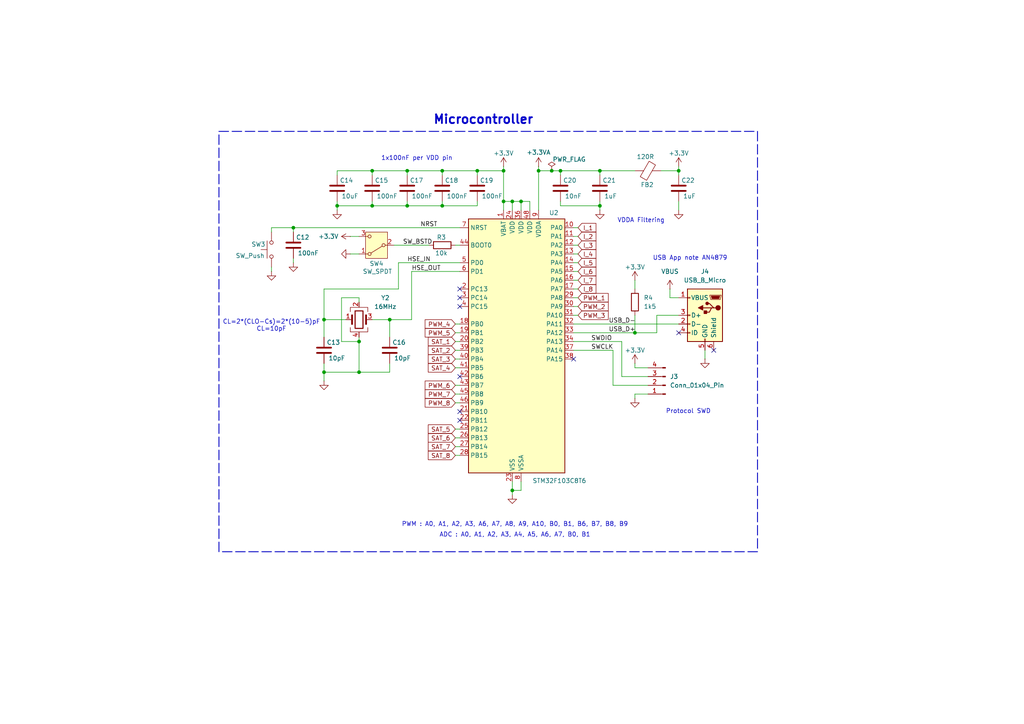
<source format=kicad_sch>
(kicad_sch (version 20231120) (generator "eeschema") (generator_version "8.0")
  (paper "A4")
  (lib_symbols
    (symbol "Connector:Conn_01x04_Pin" (pin_names (offset 1.016) hide)
      (property "Reference" "J" (at 0 5.08 0))
      (property "Value" "Conn_01x04_Pin" (at 0 -7.62 0))
      (symbol "Conn_01x04_Pin_1_1"
        (polyline (pts (xy 1.27 -5.08) (xy 0.8636 -5.08)) (stroke (width 0.1524)))
        (polyline (pts (xy 1.27 -2.54) (xy 0.8636 -2.54)) (stroke (width 0.1524)))
        (polyline (pts (xy 1.27 0) (xy 0.8636 0)) (stroke (width 0.1524)))
        (polyline (pts (xy 1.27 2.54) (xy 0.8636 2.54)) (stroke (width 0.1524)))
        (rectangle (start 0.8636 -4.953) (end 0 -5.207) (stroke (width 0.1524)) (fill (type outline)))
        (rectangle (start 0.8636 -2.413) (end 0 -2.667) (stroke (width 0.1524)) (fill (type outline)))
        (rectangle (start 0.8636 0.127) (end 0 -0.127) (stroke (width 0.1524)) (fill (type outline)))
        (rectangle (start 0.8636 2.667) (end 0 2.413) (stroke (width 0.1524)) (fill (type outline)))
        (pin passive line (at 5.08 2.54 180) (length 3.81) (name "Pin_1") (number "1"))
        (pin passive line (at 5.08 0 180) (length 3.81) (name "Pin_2") (number "2"))
        (pin passive line (at 5.08 -2.54 180) (length 3.81) (name "Pin_3") (number "3"))
        (pin passive line (at 5.08 -5.08 180) (length 3.81) (name "Pin_4") (number "4"))
      )
    )
    (symbol "Connector:USB_B_Micro" (pin_names (offset 1.016))
      (property "Reference" "J" (at -5.08 11.43 0))
      (property "Value" "USB_B_Micro" (at -5.08 8.89 0))
      (symbol "USB_B_Micro_0_1"
        (rectangle (start -5.08 -7.62) (end 5.08 7.62) (stroke (width 0.254)) (fill (type background)))
        (circle (center -3.81 2.159) (radius 0.635) (stroke (width 0.254)) (fill (type outline)))
        (circle (center -0.635 3.429) (radius 0.381) (stroke (width 0.254)) (fill (type outline)))
        (rectangle (start -0.127 -7.62) (end 0.127 -6.858))
        (polyline (pts (xy -1.905 2.159) (xy 0.635 2.159)) (stroke (width 0.254)))
        (polyline (pts (xy -3.175 2.159) (xy -2.54 2.159) (xy -1.27 3.429) (xy -0.635 3.429)) (stroke (width 0.254)))
        (polyline (pts (xy -2.54 2.159) (xy -1.905 2.159) (xy -1.27 0.889) (xy 0 0.889)) (stroke (width 0.254)))
        (polyline (pts (xy 0.635 2.794) (xy 0.635 1.524) (xy 1.905 2.159) (xy 0.635 2.794)) (stroke (width 0.254)) (fill (type outline)))
        (polyline (pts (xy -4.318 5.588) (xy -1.778 5.588) (xy -2.032 4.826) (xy -4.064 4.826) (xy -4.318 5.588)) (fill (type outline)))
        (polyline (pts (xy -4.699 5.842) (xy -4.699 5.588) (xy -4.445 4.826) (xy -4.445 4.572) (xy -1.651 4.572) (xy -1.651 4.826) (xy -1.397 5.588) (xy -1.397 5.842) (xy -4.699 5.842)))
        (rectangle (start 0.254 1.27) (end -0.508 0.508) (stroke (width 0.254)) (fill (type outline)))
        (rectangle (start 5.08 -5.207) (end 4.318 -4.953))
        (rectangle (start 5.08 -2.667) (end 4.318 -2.413))
        (rectangle (start 5.08 -0.127) (end 4.318 0.127))
        (rectangle (start 5.08 4.953) (end 4.318 5.207))
      )
      (symbol "USB_B_Micro_1_1"
        (pin power_out line (at 7.62 5.08 180) (length 2.54) (name "VBUS") (number "1"))
        (pin bidirectional line (at 7.62 -2.54 180) (length 2.54) (name "D-") (number "2"))
        (pin bidirectional line (at 7.62 0 180) (length 2.54) (name "D+") (number "3"))
        (pin passive line (at 7.62 -5.08 180) (length 2.54) (name "ID") (number "4"))
        (pin power_out line (at 0 -10.16 90) (length 2.54) (name "GND") (number "5"))
        (pin passive line (at -2.54 -10.16 90) (length 2.54) (name "Shield") (number "6"))
      )
    )
    (symbol "Device:C" (pin_numbers hide) (pin_names (offset 0.254))
      (property "Reference" "C" (at 0.635 2.54 0))
      (property "Value" "C" (at 0.635 -2.54 0))
      (symbol "C_0_1"
        (polyline (pts (xy -2.032 -0.762) (xy 2.032 -0.762)) (stroke (width 0.508)))
        (polyline (pts (xy -2.032 0.762) (xy 2.032 0.762)) (stroke (width 0.508)))
      )
      (symbol "C_1_1"
        (pin passive line (at 0 3.81 270) (length 2.794) (name "~") (number "1"))
        (pin passive line (at 0 -3.81 90) (length 2.794) (name "~") (number "2"))
      )
    )
    (symbol "Device:Crystal_GND24" (pin_names (offset 1.016) hide)
      (property "Reference" "Y" (at 3.175 5.08 0))
      (property "Value" "Crystal_GND24" (at 3.175 3.175 0))
      (symbol "Crystal_GND24_0_1"
        (rectangle (start -1.143 2.54) (end 1.143 -2.54) (stroke (width 0.3048)))
        (polyline (pts (xy -2.54 0) (xy -2.032 0)))
        (polyline (pts (xy -2.032 -1.27) (xy -2.032 1.27)) (stroke (width 0.508)))
        (polyline (pts (xy 0 -3.81) (xy 0 -3.556)))
        (polyline (pts (xy 0 3.556) (xy 0 3.81)))
        (polyline (pts (xy 2.032 -1.27) (xy 2.032 1.27)) (stroke (width 0.508)))
        (polyline (pts (xy 2.032 0) (xy 2.54 0)))
        (polyline (pts (xy -2.54 -2.286) (xy -2.54 -3.556) (xy 2.54 -3.556) (xy 2.54 -2.286)))
        (polyline (pts (xy -2.54 2.286) (xy -2.54 3.556) (xy 2.54 3.556) (xy 2.54 2.286)))
      )
      (symbol "Crystal_GND24_1_1"
        (pin passive line (at -3.81 0 0) (length 1.27) (name "1") (number "1"))
        (pin passive line (at 0 5.08 270) (length 1.27) (name "2") (number "2"))
        (pin passive line (at 3.81 0 180) (length 1.27) (name "3") (number "3"))
        (pin passive line (at 0 -5.08 90) (length 1.27) (name "4") (number "4"))
      )
    )
    (symbol "Device:FerriteBead" (pin_numbers hide) (pin_names (offset 0))
      (property "Reference" "FB" (at -3.81 0.635 90))
      (property "Value" "FerriteBead" (at 3.81 0 90))
      (symbol "FerriteBead_0_1"
        (polyline (pts (xy 0 -1.27) (xy 0 -1.2192)))
        (polyline (pts (xy 0 1.27) (xy 0 1.2954)))
        (polyline (pts (xy -2.7686 0.4064) (xy -1.7018 2.2606) (xy 2.7686 -0.3048) (xy 1.6764 -2.159) (xy -2.7686 0.4064)))
      )
      (symbol "FerriteBead_1_1"
        (pin passive line (at 0 3.81 270) (length 2.54) (name "~") (number "1"))
        (pin passive line (at 0 -3.81 90) (length 2.54) (name "~") (number "2"))
      )
    )
    (symbol "Device:R" (pin_numbers hide) (pin_names (offset 0))
      (property "Reference" "R" (at 2.032 0 90))
      (property "Value" "R" (at 0 0 90))
      (symbol "R_0_1"
        (rectangle (start -1.016 -2.54) (end 1.016 2.54) (stroke (width 0.254)))
      )
      (symbol "R_1_1"
        (pin passive line (at 0 3.81 270) (length 1.27) (name "~") (number "1"))
        (pin passive line (at 0 -3.81 90) (length 1.27) (name "~") (number "2"))
      )
    )
    (symbol "MCU_ST_STM32F1:STM32F103C8Tx"
      (property "Reference" "U" (at -12.7 39.37 0))
      (property "Value" "STM32F103C8Tx" (at 10.16 39.37 0))
      (symbol "STM32F103C8Tx_0_1"
        (rectangle (start -12.7 -35.56) (end 15.24 38.1) (stroke (width 0.254)) (fill (type background)))
      )
      (symbol "STM32F103C8Tx_1_1"
        (pin power_in line (at -2.54 40.64 270) (length 2.54) (name "VBAT") (number "1"))
        (pin bidirectional line (at 17.78 35.56 180) (length 2.54) (name "PA0") (number "10"))
        (pin bidirectional line (at 17.78 33.02 180) (length 2.54) (name "PA1") (number "11"))
        (pin bidirectional line (at 17.78 30.48 180) (length 2.54) (name "PA2") (number "12"))
        (pin bidirectional line (at 17.78 27.94 180) (length 2.54) (name "PA3") (number "13"))
        (pin bidirectional line (at 17.78 25.4 180) (length 2.54) (name "PA4") (number "14"))
        (pin bidirectional line (at 17.78 22.86 180) (length 2.54) (name "PA5") (number "15"))
        (pin bidirectional line (at 17.78 20.32 180) (length 2.54) (name "PA6") (number "16"))
        (pin bidirectional line (at 17.78 17.78 180) (length 2.54) (name "PA7") (number "17"))
        (pin bidirectional line (at -15.24 7.62 0) (length 2.54) (name "PB0") (number "18"))
        (pin bidirectional line (at -15.24 5.08 0) (length 2.54) (name "PB1") (number "19"))
        (pin bidirectional line (at -15.24 17.78 0) (length 2.54) (name "PC13") (number "2"))
        (pin bidirectional line (at -15.24 2.54 0) (length 2.54) (name "PB2") (number "20"))
        (pin bidirectional line (at -15.24 -17.78 0) (length 2.54) (name "PB10") (number "21"))
        (pin bidirectional line (at -15.24 -20.32 0) (length 2.54) (name "PB11") (number "22"))
        (pin power_in line (at 0 -38.1 90) (length 2.54) (name "VSS") (number "23"))
        (pin power_in line (at 0 40.64 270) (length 2.54) (name "VDD") (number "24"))
        (pin bidirectional line (at -15.24 -22.86 0) (length 2.54) (name "PB12") (number "25"))
        (pin bidirectional line (at -15.24 -25.4 0) (length 2.54) (name "PB13") (number "26"))
        (pin bidirectional line (at -15.24 -27.94 0) (length 2.54) (name "PB14") (number "27"))
        (pin bidirectional line (at -15.24 -30.48 0) (length 2.54) (name "PB15") (number "28"))
        (pin bidirectional line (at 17.78 15.24 180) (length 2.54) (name "PA8") (number "29"))
        (pin bidirectional line (at -15.24 15.24 0) (length 2.54) (name "PC14") (number "3"))
        (pin bidirectional line (at 17.78 12.7 180) (length 2.54) (name "PA9") (number "30"))
        (pin bidirectional line (at 17.78 10.16 180) (length 2.54) (name "PA10") (number "31"))
        (pin bidirectional line (at 17.78 7.62 180) (length 2.54) (name "PA11") (number "32"))
        (pin bidirectional line (at 17.78 5.08 180) (length 2.54) (name "PA12") (number "33"))
        (pin bidirectional line (at 17.78 2.54 180) (length 2.54) (name "PA13") (number "34"))
        (pin passive line (at 0 -38.1 90) (length 2.54) hide (name "VSS") (number "35"))
        (pin power_in line (at 2.54 40.64 270) (length 2.54) (name "VDD") (number "36"))
        (pin bidirectional line (at 17.78 0 180) (length 2.54) (name "PA14") (number "37"))
        (pin bidirectional line (at 17.78 -2.54 180) (length 2.54) (name "PA15") (number "38"))
        (pin bidirectional line (at -15.24 0 0) (length 2.54) (name "PB3") (number "39"))
        (pin bidirectional line (at -15.24 12.7 0) (length 2.54) (name "PC15") (number "4"))
        (pin bidirectional line (at -15.24 -2.54 0) (length 2.54) (name "PB4") (number "40"))
        (pin bidirectional line (at -15.24 -5.08 0) (length 2.54) (name "PB5") (number "41"))
        (pin bidirectional line (at -15.24 -7.62 0) (length 2.54) (name "PB6") (number "42"))
        (pin bidirectional line (at -15.24 -10.16 0) (length 2.54) (name "PB7") (number "43"))
        (pin input line (at -15.24 30.48 0) (length 2.54) (name "BOOT0") (number "44"))
        (pin bidirectional line (at -15.24 -12.7 0) (length 2.54) (name "PB8") (number "45"))
        (pin bidirectional line (at -15.24 -15.24 0) (length 2.54) (name "PB9") (number "46"))
        (pin passive line (at 0 -38.1 90) (length 2.54) hide (name "VSS") (number "47"))
        (pin power_in line (at 5.08 40.64 270) (length 2.54) (name "VDD") (number "48"))
        (pin bidirectional line (at -15.24 25.4 0) (length 2.54) (name "PD0") (number "5"))
        (pin bidirectional line (at -15.24 22.86 0) (length 2.54) (name "PD1") (number "6"))
        (pin input line (at -15.24 35.56 0) (length 2.54) (name "NRST") (number "7"))
        (pin power_in line (at 2.54 -38.1 90) (length 2.54) (name "VSSA") (number "8"))
        (pin power_in line (at 7.62 40.64 270) (length 2.54) (name "VDDA") (number "9"))
      )
    )
    (symbol "Switch:SW_Push" (pin_numbers hide) (pin_names (offset 1.016) hide)
      (property "Reference" "SW" (at 1.27 2.54 0))
      (property "Value" "SW_Push" (at 0 -1.524 0))
      (symbol "SW_Push_0_1"
        (circle (center -2.032 0) (radius 0.508))
        (polyline (pts (xy 0 1.27) (xy 0 3.048)))
        (polyline (pts (xy 2.54 1.27) (xy -2.54 1.27)))
        (circle (center 2.032 0) (radius 0.508))
        (pin passive line (at -5.08 0 0) (length 2.54) (name "1") (number "1"))
        (pin passive line (at 5.08 0 180) (length 2.54) (name "2") (number "2"))
      )
    )
    (symbol "Switch:SW_SPDT" (pin_names (offset 0) hide)
      (property "Reference" "SW" (at 0 5.08 0))
      (property "Value" "SW_SPDT" (at 0 -5.08 0))
      (symbol "SW_SPDT_0_1"
        (circle (center -2.032 0) (radius 0.4572))
        (polyline (pts (xy -1.651 0.254) (xy 1.651 2.286)))
        (circle (center 2.032 -2.54) (radius 0.4572))
        (circle (center 2.032 2.54) (radius 0.4572))
      )
      (symbol "SW_SPDT_1_1"
        (rectangle (start -3.175 3.81) (end 3.175 -3.81) (fill (type background)))
        (pin passive line (at 5.08 2.54 180) (length 2.54) (name "A") (number "1"))
        (pin passive line (at -5.08 0 0) (length 2.54) (name "B") (number "2"))
        (pin passive line (at 5.08 -2.54 180) (length 2.54) (name "C") (number "3"))
      )
    )
    (symbol "power:+3.3V" (power) (pin_numbers hide) (pin_names (offset 0) hide)
      (property "Value" "+3.3V" (at 0 3.556 0))
      (symbol "+3.3V_0_1"
        (polyline (pts (xy -0.762 1.27) (xy 0 2.54)))
        (polyline (pts (xy 0 0) (xy 0 2.54)))
        (polyline (pts (xy 0 2.54) (xy 0.762 1.27)))
      )
      (symbol "+3.3V_1_1"
        (pin power_in line (at 0 0 90) (length 0) (name "~") (number "1"))
      )
    )
    (symbol "power:+3.3VA" (power) (pin_numbers hide) (pin_names (offset 0) hide)
      (property "Value" "+3.3VA" (at 0 3.556 0))
      (symbol "+3.3VA_0_1"
        (polyline (pts (xy -0.762 1.27) (xy 0 2.54)))
        (polyline (pts (xy 0 0) (xy 0 2.54)))
        (polyline (pts (xy 0 2.54) (xy 0.762 1.27)))
      )
      (symbol "+3.3VA_1_1"
        (pin power_in line (at 0 0 90) (length 0) (name "~") (number "1"))
      )
    )
    (symbol "power:GND" (power) (pin_numbers hide) (pin_names (offset 0) hide)
      (property "Value" "GND" (at 0 -3.81 0))
      (symbol "GND_0_1"
        (polyline (pts (xy 0 0) (xy 0 -1.27) (xy 1.27 -1.27) (xy 0 -2.54) (xy -1.27 -1.27) (xy 0 -1.27)))
      )
      (symbol "GND_1_1"
        (pin power_in line (at 0 0 270) (length 0) (name "~") (number "1"))
      )
    )
    (symbol "power:PWR_FLAG" (power) (pin_numbers hide) (pin_names (offset 0) hide)
      (property "Value" "PWR_FLAG" (at 0 3.81 0))
      (symbol "PWR_FLAG_0_0"
        (pin power_out line (at 0 0 90) (length 0) (name "~") (number "1"))
      )
      (symbol "PWR_FLAG_0_1"
        (polyline (pts (xy 0 0) (xy 0 1.27) (xy -1.016 1.905) (xy 0 2.54) (xy 1.016 1.905) (xy 0 1.27)))
      )
    )
    (symbol "power:VBUS" (power) (pin_numbers hide) (pin_names (offset 0) hide)
      (property "Value" "VBUS" (at 0 3.556 0))
      (symbol "VBUS_0_1"
        (polyline (pts (xy -0.762 1.27) (xy 0 2.54)))
        (polyline (pts (xy 0 0) (xy 0 2.54)))
        (polyline (pts (xy 0 2.54) (xy 0.762 1.27)))
      )
      (symbol "VBUS_1_1"
        (pin power_in line (at 0 0 90) (length 0) (name "~") (number "1"))
      )
    )
  )
  (junction (at 97.79 59.69))
  (junction (at 107.95 49.53))
  (junction (at 128.27 49.53))
  (junction (at 162.56 49.53))
  (junction (at 104.14 107.95))
  (junction (at 148.59 58.42))
  (junction (at 93.98 92.71))
  (junction (at 85.09 66.04))
  (junction (at 148.59 142.24))
  (junction (at 93.98 107.95))
  (junction (at 146.05 58.42))
  (junction (at 146.05 49.53))
  (junction (at 196.85 49.53))
  (junction (at 118.11 59.69))
  (junction (at 113.03 92.71))
  (junction (at 160.02 49.53))
  (junction (at 128.27 59.69))
  (junction (at 184.15 96.52))
  (junction (at 107.95 59.69))
  (junction (at 118.11 49.53))
  (junction (at 138.43 49.53))
  (junction (at 151.13 58.42))
  (junction (at 104.14 99.06))
  (junction (at 156.21 49.53))
  (junction (at 173.99 59.69))
  (junction (at 173.99 49.53))
  (no_connect (at 133.35 86.36))
  (no_connect (at 207.01 101.6))
  (no_connect (at 166.37 104.14))
  (no_connect (at 133.35 83.82))
  (no_connect (at 196.85 96.52))
  (no_connect (at 133.35 88.9))
  (no_connect (at 133.35 109.22))
  (no_connect (at 133.35 121.92))
  (no_connect (at 133.35 119.38))
  (wire (pts (xy 118.11 50.8) (xy 118.11 49.53)))
  (wire (pts (xy 85.09 74.93) (xy 85.09 76.2)))
  (wire (pts (xy 160.02 49.53) (xy 162.56 49.53)))
  (wire (pts (xy 184.15 105.41) (xy 184.15 106.68)))
  (wire (pts (xy 162.56 59.69) (xy 162.56 58.42)))
  (wire (pts (xy 204.47 101.6) (xy 204.47 104.14)))
  (wire (pts (xy 97.79 49.53) (xy 107.95 49.53)))
  (wire (pts (xy 151.13 58.42) (xy 151.13 60.96)))
  (wire (pts (xy 104.14 73.66) (xy 101.6 73.66)))
  (wire (pts (xy 196.85 48.26) (xy 196.85 49.53)))
  (wire (pts (xy 107.95 92.71) (xy 113.03 92.71)))
  (wire (pts (xy 97.79 58.42) (xy 97.79 59.69)))
  (wire (pts (xy 148.59 58.42) (xy 148.59 60.96)))
  (wire (pts (xy 166.37 88.9) (xy 167.64 88.9)))
  (wire (pts (xy 166.37 93.98) (xy 196.85 93.98)))
  (wire (pts (xy 138.43 49.53) (xy 146.05 49.53)))
  (wire (pts (xy 190.5 91.44) (xy 196.85 91.44)))
  (wire (pts (xy 132.08 71.12) (xy 133.35 71.12)))
  (wire (pts (xy 162.56 49.53) (xy 173.99 49.53)))
  (wire (pts (xy 107.95 49.53) (xy 118.11 49.53)))
  (wire (pts (xy 104.14 86.36) (xy 99.06 86.36)))
  (wire (pts (xy 187.96 114.3) (xy 184.15 114.3)))
  (wire (pts (xy 104.14 97.79) (xy 104.14 99.06)))
  (wire (pts (xy 151.13 58.42) (xy 148.59 58.42)))
  (wire (pts (xy 107.95 59.69) (xy 97.79 59.69)))
  (wire (pts (xy 128.27 49.53) (xy 138.43 49.53)))
  (wire (pts (xy 97.79 59.69) (xy 97.79 60.96)))
  (wire (pts (xy 78.74 66.04) (xy 85.09 66.04)))
  (wire (pts (xy 148.59 142.24) (xy 148.59 143.51)))
  (wire (pts (xy 118.11 49.53) (xy 128.27 49.53)))
  (wire (pts (xy 167.64 71.12) (xy 166.37 71.12)))
  (wire (pts (xy 128.27 58.42) (xy 128.27 59.69)))
  (wire (pts (xy 132.08 116.84) (xy 133.35 116.84)))
  (wire (pts (xy 138.43 59.69) (xy 128.27 59.69)))
  (wire (pts (xy 132.08 101.6) (xy 133.35 101.6)))
  (wire (pts (xy 138.43 50.8) (xy 138.43 49.53)))
  (wire (pts (xy 104.14 99.06) (xy 104.14 107.95)))
  (wire (pts (xy 148.59 139.7) (xy 148.59 142.24)))
  (wire (pts (xy 115.57 76.2) (xy 133.35 76.2)))
  (wire (pts (xy 128.27 59.69) (xy 118.11 59.69)))
  (wire (pts (xy 166.37 91.44) (xy 167.64 91.44)))
  (wire (pts (xy 132.08 127) (xy 133.35 127)))
  (wire (pts (xy 173.99 59.69) (xy 173.99 60.96)))
  (wire (pts (xy 132.08 111.76) (xy 133.35 111.76)))
  (wire (pts (xy 107.95 58.42) (xy 107.95 59.69)))
  (wire (pts (xy 167.64 68.58) (xy 166.37 68.58)))
  (wire (pts (xy 196.85 49.53) (xy 196.85 50.8)))
  (wire (pts (xy 153.67 60.96) (xy 153.67 58.42)))
  (wire (pts (xy 180.34 99.06) (xy 180.34 109.22)))
  (wire (pts (xy 113.03 92.71) (xy 113.03 97.79)))
  (wire (pts (xy 191.77 49.53) (xy 196.85 49.53)))
  (wire (pts (xy 153.67 58.42) (xy 151.13 58.42)))
  (wire (pts (xy 146.05 49.53) (xy 146.05 58.42)))
  (wire (pts (xy 132.08 99.06) (xy 133.35 99.06)))
  (wire (pts (xy 93.98 107.95) (xy 104.14 107.95)))
  (wire (pts (xy 196.85 86.36) (xy 194.31 86.36)))
  (wire (pts (xy 177.8 101.6) (xy 177.8 111.76)))
  (wire (pts (xy 99.06 99.06) (xy 104.14 99.06)))
  (wire (pts (xy 113.03 92.71) (xy 119.38 92.71)))
  (wire (pts (xy 132.08 114.3) (xy 133.35 114.3)))
  (wire (pts (xy 166.37 78.74) (xy 167.64 78.74)))
  (wire (pts (xy 184.15 81.28) (xy 184.15 83.82)))
  (wire (pts (xy 166.37 86.36) (xy 167.64 86.36)))
  (wire (pts (xy 146.05 48.26) (xy 146.05 49.53)))
  (wire (pts (xy 190.5 96.52) (xy 190.5 91.44)))
  (wire (pts (xy 162.56 49.53) (xy 162.56 50.8)))
  (wire (pts (xy 85.09 66.04) (xy 85.09 67.31)))
  (wire (pts (xy 114.3 71.12) (xy 124.46 71.12)))
  (wire (pts (xy 132.08 124.46) (xy 133.35 124.46)))
  (wire (pts (xy 113.03 105.41) (xy 113.03 107.95)))
  (wire (pts (xy 166.37 81.28) (xy 167.64 81.28)))
  (wire (pts (xy 173.99 59.69) (xy 162.56 59.69)))
  (wire (pts (xy 173.99 49.53) (xy 173.99 50.8)))
  (wire (pts (xy 93.98 107.95) (xy 93.98 110.49)))
  (wire (pts (xy 132.08 106.68) (xy 133.35 106.68)))
  (wire (pts (xy 93.98 92.71) (xy 93.98 97.79)))
  (wire (pts (xy 97.79 50.8) (xy 97.79 49.53)))
  (wire (pts (xy 118.11 58.42) (xy 118.11 59.69)))
  (wire (pts (xy 156.21 49.53) (xy 160.02 49.53)))
  (wire (pts (xy 166.37 96.52) (xy 184.15 96.52)))
  (wire (pts (xy 156.21 48.26) (xy 156.21 49.53)))
  (wire (pts (xy 196.85 58.42) (xy 196.85 60.96)))
  (wire (pts (xy 180.34 109.22) (xy 187.96 109.22)))
  (wire (pts (xy 128.27 50.8) (xy 128.27 49.53)))
  (wire (pts (xy 166.37 101.6) (xy 177.8 101.6)))
  (wire (pts (xy 78.74 67.31) (xy 78.74 66.04)))
  (wire (pts (xy 166.37 83.82) (xy 167.64 83.82)))
  (wire (pts (xy 119.38 92.71) (xy 119.38 78.74)))
  (wire (pts (xy 166.37 76.2) (xy 167.64 76.2)))
  (wire (pts (xy 132.08 104.14) (xy 133.35 104.14)))
  (wire (pts (xy 166.37 99.06) (xy 180.34 99.06)))
  (wire (pts (xy 151.13 139.7) (xy 151.13 142.24)))
  (wire (pts (xy 132.08 132.08) (xy 133.35 132.08)))
  (wire (pts (xy 146.05 58.42) (xy 146.05 60.96)))
  (wire (pts (xy 167.64 66.04) (xy 166.37 66.04)))
  (wire (pts (xy 156.21 49.53) (xy 156.21 60.96)))
  (wire (pts (xy 151.13 142.24) (xy 148.59 142.24)))
  (wire (pts (xy 118.11 59.69) (xy 107.95 59.69)))
  (wire (pts (xy 138.43 58.42) (xy 138.43 59.69)))
  (wire (pts (xy 119.38 78.74) (xy 133.35 78.74)))
  (wire (pts (xy 85.09 66.04) (xy 133.35 66.04)))
  (wire (pts (xy 184.15 106.68) (xy 187.96 106.68)))
  (wire (pts (xy 177.8 111.76) (xy 187.96 111.76)))
  (wire (pts (xy 113.03 107.95) (xy 104.14 107.95)))
  (wire (pts (xy 132.08 129.54) (xy 133.35 129.54)))
  (wire (pts (xy 93.98 83.82) (xy 93.98 92.71)))
  (wire (pts (xy 115.57 76.2) (xy 115.57 83.82)))
  (wire (pts (xy 167.64 73.66) (xy 166.37 73.66)))
  (wire (pts (xy 104.14 86.36) (xy 104.14 87.63)))
  (wire (pts (xy 104.14 68.58) (xy 101.6 68.58)))
  (wire (pts (xy 173.99 49.53) (xy 184.15 49.53)))
  (wire (pts (xy 148.59 58.42) (xy 146.05 58.42)))
  (wire (pts (xy 99.06 86.36) (xy 99.06 99.06)))
  (wire (pts (xy 194.31 86.36) (xy 194.31 83.82)))
  (wire (pts (xy 115.57 83.82) (xy 93.98 83.82)))
  (wire (pts (xy 107.95 50.8) (xy 107.95 49.53)))
  (wire (pts (xy 184.15 91.44) (xy 184.15 96.52)))
  (wire (pts (xy 93.98 105.41) (xy 93.98 107.95)))
  (wire (pts (xy 184.15 96.52) (xy 190.5 96.52)))
  (wire (pts (xy 78.74 77.47) (xy 78.74 78.74)))
  (wire (pts (xy 184.15 114.3) (xy 184.15 115.57)))
  (wire (pts (xy 132.08 96.52) (xy 133.35 96.52)))
  (wire (pts (xy 173.99 58.42) (xy 173.99 59.69)))
  (wire (pts (xy 132.08 93.98) (xy 133.35 93.98)))
  (wire (pts (xy 93.98 92.71) (xy 100.33 92.71)))
  (rectangle (start 63.5 38.1) (end 219.71 160.02) (stroke (width 0.254) (type dash)))
  (text "CL=2*(CLO-Cs)=2*(10-5)pF\nCL=10pF" (at 78.74 94.488 0) (effects (font (size 1.27 1.27))))
  (text "Microcontroller" (at 140.208 34.798 0) (effects (font (size 2.54 2.54) (thickness 0.508) (bold yes))))
  (text "USB App note AN4879" (at 200.152 74.93 0) (effects (font (size 1.27 1.27))))
  (text "PWM : A0, A1, A2, A3, A6, A7, A8, A9, A10, B0, B1, B6, B7, B8, B9" (at 149.352 152.146 0) (effects (font (size 1.27 1.27))))
  (text "Protocol SWD" (at 199.644 119.38 0) (effects (font (size 1.27 1.27))))
  (text "ADC : A0, A1, A2, A3, A4, A5, A6, A7, B0, B1" (at 149.352 155.194 0) (effects (font (size 1.27 1.27))))
  (text "1x100nF per VDD pin" (at 120.904 45.974 0) (effects (font (size 1.27 1.27))))
  (text "VDDA Filtering" (at 185.928 64.008 0) (effects (font (size 1.27 1.27))))
  (label "SWCLK" (at 171.45 101.6 0))
  (label "USB_D+" (at 176.53 96.52 0))
  (label "SWDIO" (at 171.45 99.06 0))
  (label "NRST" (at 121.92 66.04 0))
  (label "USB_D-" (at 176.53 93.98 0))
  (label "HSE_OUT" (at 119.38 78.74 0))
  (label "SW_BSTD" (at 116.84 71.12 0))
  (label "HSE_IN" (at 118.11 76.2 0))
  (global_label "SAT_5" (shape input) (at 132.08 124.46 180) (property "Intersheetrefs" "${INTERSHEET_REFS}" (effects (hide yes))))
  (global_label "SAT_7" (shape input) (at 132.08 129.54 180) (property "Intersheetrefs" "${INTERSHEET_REFS}" (effects (hide yes))))
  (global_label "SAT_4" (shape input) (at 132.08 106.68 180) (property "Intersheetrefs" "${INTERSHEET_REFS}" (effects (hide yes))))
  (global_label "I_2" (shape input) (at 167.64 68.58 0) (property "Intersheetrefs" "${INTERSHEET_REFS}" (effects (hide yes))))
  (global_label "SAT_6" (shape input) (at 132.08 127 180) (property "Intersheetrefs" "${INTERSHEET_REFS}" (effects (hide yes))))
  (global_label "PWM_2" (shape input) (at 167.64 88.9 0) (property "Intersheetrefs" "${INTERSHEET_REFS}" (effects (hide yes))))
  (global_label "I_6" (shape input) (at 167.64 78.74 0) (property "Intersheetrefs" "${INTERSHEET_REFS}" (effects (hide yes))))
  (global_label "I_1" (shape input) (at 167.64 66.04 0) (property "Intersheetrefs" "${INTERSHEET_REFS}" (effects (hide yes))))
  (global_label "PWM_7" (shape input) (at 132.08 114.3 180) (property "Intersheetrefs" "${INTERSHEET_REFS}" (effects (hide yes))))
  (global_label "SAT_8" (shape input) (at 132.08 132.08 180) (property "Intersheetrefs" "${INTERSHEET_REFS}" (effects (hide yes))))
  (global_label "I_7" (shape input) (at 167.64 81.28 0) (property "Intersheetrefs" "${INTERSHEET_REFS}" (effects (hide yes))))
  (global_label "I_4" (shape input) (at 167.64 73.66 0) (property "Intersheetrefs" "${INTERSHEET_REFS}" (effects (hide yes))))
  (global_label "PWM_4" (shape input) (at 132.08 93.98 180) (property "Intersheetrefs" "${INTERSHEET_REFS}" (effects (hide yes))))
  (global_label "I_8" (shape input) (at 167.64 83.82 0) (property "Intersheetrefs" "${INTERSHEET_REFS}" (effects (hide yes))))
  (global_label "SAT_3" (shape input) (at 132.08 104.14 180) (property "Intersheetrefs" "${INTERSHEET_REFS}" (effects (hide yes))))
  (global_label "I_5" (shape input) (at 167.64 76.2 0) (property "Intersheetrefs" "${INTERSHEET_REFS}" (effects (hide yes))))
  (global_label "SAT_2" (shape input) (at 132.08 101.6 180) (property "Intersheetrefs" "${INTERSHEET_REFS}" (effects (hide yes))))
  (global_label "PWM_6" (shape input) (at 132.08 111.76 180) (property "Intersheetrefs" "${INTERSHEET_REFS}" (effects (hide yes))))
  (global_label "PWM_1" (shape input) (at 167.64 86.36 0) (property "Intersheetrefs" "${INTERSHEET_REFS}" (effects (hide yes))))
  (global_label "PWM_8" (shape input) (at 132.08 116.84 180) (property "Intersheetrefs" "${INTERSHEET_REFS}" (effects (hide yes))))
  (global_label "I_3" (shape input) (at 167.64 71.12 0) (property "Intersheetrefs" "${INTERSHEET_REFS}" (effects (hide yes))))
  (global_label "PWM_5" (shape input) (at 132.08 96.52 180) (property "Intersheetrefs" "${INTERSHEET_REFS}" (effects (hide yes))))
  (global_label "SAT_1" (shape input) (at 132.08 99.06 180) (property "Intersheetrefs" "${INTERSHEET_REFS}" (effects (hide yes))))
  (global_label "PWM_3" (shape input) (at 167.64 91.44 0) (property "Intersheetrefs" "${INTERSHEET_REFS}" (effects (hide yes))))
  (symbol (lib_id "Connector:Conn_01x04_Pin") (at 193.04 111.76 180) (unit 1)
    (property "Reference" "J3" (at 194.31 109.2199 0) (effects (justify right)))
    (property "Value" "Conn_01x04_Pin" (at 194.31 111.7599 0) (effects (justify right)))
    (property "Footprint" "Connector_PinHeader_2.54mm:PinHeader_1x04_P2.54mm_Vertical" (effects (hide yes)))
    (property "Description" "Generic connector, single row, 01x04, script generated" (effects (hide yes)))
  )
  (symbol (lib_id "Device:C") (at 85.09 71.12 0) (unit 1)
    (property "Reference" "C12" (at 85.852 68.834 0) (effects (justify left)))
    (property "Value" "100nF" (at 86.36 73.406 0) (effects (justify left)))
    (property "Footprint" "Capacitor_SMD:C_0402_1005Metric" (effects (hide yes)))
    (property "Description" "Unpolarized capacitor" (effects (hide yes)))
  )
  (symbol (lib_id "power:+3.3VA") (at 156.21 48.26 0) (unit 1)
    (property "Reference" "#PWR026" (effects (hide yes)))
    (property "Value" "+3.3VA" (at 156.21 44.196 0))
    (property "Description" "Power symbol creates a global label with name \"+3.3VA\"" (effects (hide yes)))
  )
  (symbol (lib_id "power:GND") (at 85.09 76.2 0) (unit 1)
    (property "Reference" "#PWR019" (effects (hide yes)))
    (property "Value" "GND" (effects (hide yes)))
    (property "Description" "Power symbol creates a global label with name \"GND\" , ground" (effects (hide yes)))
  )
  (symbol (lib_id "power:+3.3V") (at 184.15 81.28 0) (unit 1)
    (property "Reference" "#PWR028" (effects (hide yes)))
    (property "Value" "+3.3V" (at 184.15 77.47 0))
    (property "Description" "Power symbol creates a global label with name \"+3.3V\"" (effects (hide yes)))
  )
  (symbol (lib_id "power:+3.3V") (at 184.15 105.41 0) (unit 1)
    (property "Reference" "#PWR029" (effects (hide yes)))
    (property "Value" "+3.3V" (at 184.15 101.6 0))
    (property "Description" "Power symbol creates a global label with name \"+3.3V\"" (effects (hide yes)))
  )
  (symbol (lib_id "power:GND") (at 78.74 78.74 0) (unit 1)
    (property "Reference" "#PWR018" (effects (hide yes)))
    (property "Value" "GND" (effects (hide yes)))
    (property "Description" "Power symbol creates a global label with name \"GND\" , ground" (effects (hide yes)))
  )
  (symbol (lib_id "Device:R") (at 184.15 87.63 0) (unit 1)
    (property "Reference" "R4" (at 186.69 86.3599 0) (effects (justify left)))
    (property "Value" "1k5" (at 186.69 88.8999 0) (effects (justify left)))
    (property "Footprint" "Resistor_SMD:R_0402_1005Metric" (effects (hide yes)))
    (property "Description" "Resistor" (effects (hide yes)))
  )
  (symbol (lib_id "power:PWR_FLAG") (at 160.02 49.53 0) (unit 1)
    (property "Reference" "#FLG02" (effects (hide yes)))
    (property "Value" "PWR_FLAG" (at 165.1 46.228 0))
    (property "Description" "Special symbol for telling ERC where power comes from" (effects (hide yes)))
  )
  (symbol (lib_id "power:GND") (at 204.47 104.14 0) (unit 1)
    (property "Reference" "#PWR034" (effects (hide yes)))
    (property "Value" "GND" (effects (hide yes)))
    (property "Description" "Power symbol creates a global label with name \"GND\" , ground" (effects (hide yes)))
  )
  (symbol (lib_id "Device:Crystal_GND24") (at 104.14 92.71 0) (unit 1)
    (property "Reference" "Y2" (at 111.76 86.3914 0))
    (property "Value" "16MHz" (at 111.76 88.9314 0))
    (property "Footprint" "Crystal:Crystal_SMD_3225-4Pin_3.2x2.5mm" (effects (hide yes)))
    (property "Description" "Four pin crystal, GND on pins 2 and 4" (effects (hide yes)))
  )
  (symbol (lib_id "Device:C") (at 113.03 101.6 0) (unit 1)
    (property "Reference" "C16" (at 113.792 99.314 0) (effects (justify left)))
    (property "Value" "10pF" (at 114.3 103.886 0) (effects (justify left)))
    (property "Footprint" "Capacitor_SMD:C_0402_1005Metric" (effects (hide yes)))
    (property "Description" "Unpolarized capacitor" (effects (hide yes)))
  )
  (symbol (lib_id "power:GND") (at 97.79 60.96 0) (unit 1)
    (property "Reference" "#PWR021" (effects (hide yes)))
    (property "Value" "GND" (effects (hide yes)))
    (property "Description" "Power symbol creates a global label with name \"GND\" , ground" (effects (hide yes)))
  )
  (symbol (lib_id "Device:FerriteBead") (at 187.96 49.53 90) (unit 1)
    (property "Reference" "FB2" (at 187.706 53.594 90))
    (property "Value" "120R" (at 187.198 45.466 90))
    (property "Footprint" "Inductor_SMD:L_0603_1608Metric" (effects (hide yes)))
    (property "Description" "Ferrite bead" (effects (hide yes)))
  )
  (symbol (lib_id "Switch:SW_Push") (at 78.74 72.39 90) (mirror x) (unit 1)
    (property "Reference" "SW3" (at 72.898 70.866 90) (effects (justify right)))
    (property "Value" "SW_Push" (at 68.326 74.168 90) (effects (justify right)))
    (property "Description" "Push button switch, generic, two pins" (effects (hide yes)))
  )
  (symbol (lib_id "Device:C") (at 97.79 54.61 0) (unit 1)
    (property "Reference" "C14" (at 98.552 52.324 0) (effects (justify left)))
    (property "Value" "10uF" (at 99.06 56.896 0) (effects (justify left)))
    (property "Footprint" "Capacitor_SMD:C_0603_1608Metric" (effects (hide yes)))
    (property "Description" "Unpolarized capacitor" (effects (hide yes)))
  )
  (symbol (lib_id "power:+3.3V") (at 146.05 48.26 0) (unit 1)
    (property "Reference" "#PWR024" (effects (hide yes)))
    (property "Value" "+3.3V" (at 146.05 44.45 0))
    (property "Description" "Power symbol creates a global label with name \"+3.3V\"" (effects (hide yes)))
  )
  (symbol (lib_id "Device:C") (at 93.98 101.6 0) (unit 1)
    (property "Reference" "C13" (at 94.742 99.314 0) (effects (justify left)))
    (property "Value" "10pF" (at 95.25 103.886 0) (effects (justify left)))
    (property "Footprint" "Capacitor_SMD:C_0402_1005Metric" (effects (hide yes)))
    (property "Description" "Unpolarized capacitor" (effects (hide yes)))
  )
  (symbol (lib_id "power:+3.3V") (at 196.85 48.26 0) (unit 1)
    (property "Reference" "#PWR032" (effects (hide yes)))
    (property "Value" "+3.3V" (at 196.85 44.45 0))
    (property "Description" "Power symbol creates a global label with name \"+3.3V\"" (effects (hide yes)))
  )
  (symbol (lib_id "Connector:USB_B_Micro") (at 204.47 91.44 0) (mirror y) (unit 1)
    (property "Reference" "J4" (at 204.47 78.74 0))
    (property "Value" "USB_B_Micro" (at 204.47 81.28 0))
    (property "Footprint" "Connector_USB:USB_Micro-B_Wuerth_629105150521" (effects (hide yes)))
    (property "Description" "USB Micro Type B connector" (effects (hide yes)))
  )
  (symbol (lib_id "power:GND") (at 173.99 60.96 0) (unit 1)
    (property "Reference" "#PWR027" (effects (hide yes)))
    (property "Value" "GND" (effects (hide yes)))
    (property "Description" "Power symbol creates a global label with name \"GND\" , ground" (effects (hide yes)))
  )
  (symbol (lib_id "Device:C") (at 107.95 54.61 0) (unit 1)
    (property "Reference" "C15" (at 108.712 52.324 0) (effects (justify left)))
    (property "Value" "100nF" (at 109.22 56.896 0) (effects (justify left)))
    (property "Footprint" "Capacitor_SMD:C_0402_1005Metric" (effects (hide yes)))
    (property "Description" "Unpolarized capacitor" (effects (hide yes)))
  )
  (symbol (lib_id "Switch:SW_SPDT") (at 109.22 71.12 180) (unit 1)
    (property "Reference" "SW4" (at 109.22 76.454 0))
    (property "Value" "SW_SPDT" (at 109.474 78.74 0))
    (property "Footprint" "Button_Switch_SMD:SW_SPDT_PCM12" (effects (hide yes)))
    (property "Description" "Switch, single pole double throw" (effects (hide yes)))
  )
  (symbol (lib_id "Device:C") (at 118.11 54.61 0) (unit 1)
    (property "Reference" "C17" (at 118.872 52.324 0) (effects (justify left)))
    (property "Value" "100nF" (at 119.38 56.896 0) (effects (justify left)))
    (property "Footprint" "Capacitor_SMD:C_0402_1005Metric" (effects (hide yes)))
    (property "Description" "Unpolarized capacitor" (effects (hide yes)))
  )
  (symbol (lib_id "power:GND") (at 196.85 60.96 0) (unit 1)
    (property "Reference" "#PWR033" (effects (hide yes)))
    (property "Value" "GND" (effects (hide yes)))
    (property "Description" "Power symbol creates a global label with name \"GND\" , ground" (effects (hide yes)))
  )
  (symbol (lib_id "power:+3.3V") (at 101.6 68.58 90) (unit 1)
    (property "Reference" "#PWR022" (effects (hide yes)))
    (property "Value" "+3.3V" (at 95.25 68.58 90))
    (property "Description" "Power symbol creates a global label with name \"+3.3V\"" (effects (hide yes)))
  )
  (symbol (lib_id "Device:C") (at 128.27 54.61 0) (unit 1)
    (property "Reference" "C18" (at 129.032 52.324 0) (effects (justify left)))
    (property "Value" "100nF" (at 129.54 56.896 0) (effects (justify left)))
    (property "Footprint" "Capacitor_SMD:C_0402_1005Metric" (effects (hide yes)))
    (property "Description" "Unpolarized capacitor" (effects (hide yes)))
  )
  (symbol (lib_id "Device:C") (at 162.56 54.61 0) (unit 1)
    (property "Reference" "C20" (at 163.322 52.324 0) (effects (justify left)))
    (property "Value" "10nF" (at 163.83 56.896 0) (effects (justify left)))
    (property "Footprint" "Capacitor_SMD:C_0402_1005Metric" (effects (hide yes)))
    (property "Description" "Unpolarized capacitor" (effects (hide yes)))
  )
  (symbol (lib_id "Device:R") (at 128.27 71.12 90) (unit 1)
    (property "Reference" "R3" (at 128.016 68.834 90))
    (property "Value" "10k" (at 128.016 73.406 90))
    (property "Footprint" "Resistor_SMD:R_0402_1005Metric" (effects (hide yes)))
    (property "Description" "Resistor" (effects (hide yes)))
  )
  (symbol (lib_id "Device:C") (at 196.85 54.61 0) (unit 1)
    (property "Reference" "C22" (at 197.612 52.324 0) (effects (justify left)))
    (property "Value" "1uF" (at 198.12 56.896 0) (effects (justify left)))
    (property "Footprint" "Capacitor_SMD:C_0402_1005Metric" (effects (hide yes)))
    (property "Description" "Unpolarized capacitor" (effects (hide yes)))
  )
  (symbol (lib_id "power:GND") (at 93.98 110.49 0) (unit 1)
    (property "Reference" "#PWR020" (effects (hide yes)))
    (property "Value" "GND" (effects (hide yes)))
    (property "Description" "Power symbol creates a global label with name \"GND\" , ground" (effects (hide yes)))
  )
  (symbol (lib_id "Device:C") (at 173.99 54.61 0) (unit 1)
    (property "Reference" "C21" (at 174.752 52.324 0) (effects (justify left)))
    (property "Value" "1uF" (at 175.26 56.896 0) (effects (justify left)))
    (property "Footprint" "Capacitor_SMD:C_0402_1005Metric" (effects (hide yes)))
    (property "Description" "Unpolarized capacitor" (effects (hide yes)))
  )
  (symbol (lib_id "power:GND") (at 184.15 115.57 0) (unit 1)
    (property "Reference" "#PWR030" (effects (hide yes)))
    (property "Value" "GND" (effects (hide yes)))
    (property "Description" "Power symbol creates a global label with name \"GND\" , ground" (effects (hide yes)))
  )
  (symbol (lib_id "power:VBUS") (at 194.31 83.82 0) (unit 1)
    (property "Reference" "#PWR031" (effects (hide yes)))
    (property "Value" "VBUS" (at 194.31 78.74 0))
    (property "Description" "Power symbol creates a global label with name \"VBUS\"" (effects (hide yes)))
  )
  (symbol (lib_id "Device:C") (at 138.43 54.61 0) (unit 1)
    (property "Reference" "C19" (at 139.192 52.324 0) (effects (justify left)))
    (property "Value" "100nF" (at 139.7 56.896 0) (effects (justify left)))
    (property "Footprint" "Capacitor_SMD:C_0402_1005Metric" (effects (hide yes)))
    (property "Description" "Unpolarized capacitor" (effects (hide yes)))
  )
  (symbol (lib_id "power:GND") (at 148.59 143.51 0) (unit 1)
    (property "Reference" "#PWR025" (effects (hide yes)))
    (property "Value" "GND" (effects (hide yes)))
    (property "Description" "Power symbol creates a global label with name \"GND\" , ground" (effects (hide yes)))
  )
  (symbol (lib_id "MCU_ST_STM32F1:STM32F103C8Tx") (at 148.59 101.6 0) (unit 1)
    (property "Reference" "U2" (at 159.258 61.722 0) (effects (justify left)))
    (property "Value" "STM32F103C8T6" (at 154.432 139.446 0) (effects (justify left)))
    (property "Footprint" "Package_QFP:LQFP-48_7x7mm_P0.5mm" (effects (hide yes)))
    (property "Datasheet" "https://www.st.com/resource/en/datasheet/stm32f103c8.pdf" (effects (hide yes)))
    (property "Description" "STMicroelectronics Arm Cortex-M3 MCU, 64KB flash, 20KB RAM, 72 MHz, 2.0-3.6V, 37 GPIO, LQFP48" (effects (hide yes)))
  )
  (symbol (lib_id "power:GND") (at 101.6 73.66 270) (unit 1)
    (property "Reference" "#PWR023" (effects (hide yes)))
    (property "Value" "GND" (effects (hide yes)))
    (property "Description" "Power symbol creates a global label with name \"GND\" , ground" (effects (hide yes)))
  )
)
</source>
